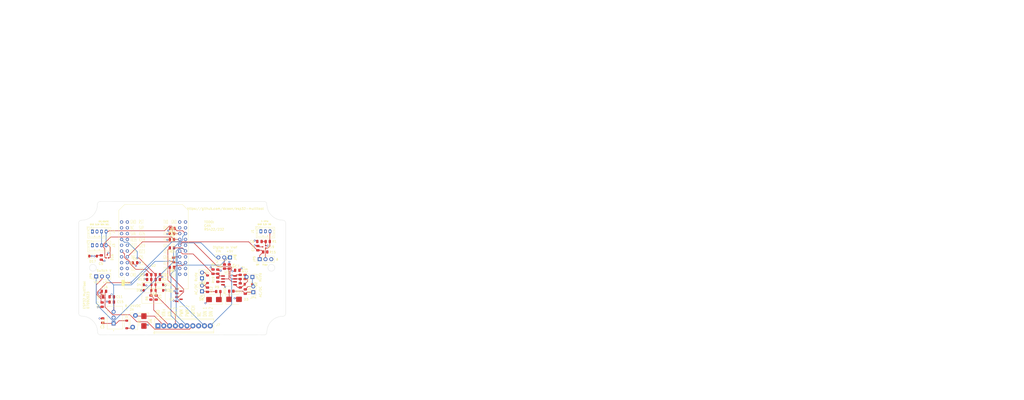
<source format=kicad_pcb>
(kicad_pcb (version 20221018) (generator pcbnew)
  (title_block (title "Sailor Hat with ESP32") (date "2021-02-18") (rev "0.3.1") (company "Hat Labs Ltd") (comment 1 "https://creativecommons.org/licenses/by-sa/4.0") (comment 2 "To view a copy of this license, visit ") (comment 3 "SH-ESP32 is licensed under CC BY-SA 4.0."))
  (layers (0 "F.Cu" signal) (1 "In1.Cu" power) (2 "In2.Cu" power) (31 "B.Cu" signal) (34 "B.Paste" user) (35 "F.Paste" user) (36 "B.SilkS" user "B.Silkscreen") (37 "F.SilkS" user "F.Silkscreen") (38 "B.Mask" user) (39 "F.Mask" user) (44 "Edge.Cuts" user))
  (net 0 "")
  (net 1 "GND")
  (net 2 "+5V")
  (net 3 "+3.3V")
  (net 4 "/DIN1")
  (net 5 "/DIN2")
  (net 6 "/1WIRE_DQ")
  (net 7 "/AIN1")
  (net 8 "/AIN2")
  (net 9 "Net-(D1-A)")
  (net 10 "/I2C_SDA")
  (net 11 "/I2C_SCL")
  (net 12 "/1wire/DQ")
  (net 13 "Net-(D2-A)")
  (net 14 "Net-(D1-K)")
  (net 15 "Net-(Q2-G)")
  (net 16 "/PWM1")
  (net 31 "Net-(U1-CT)")
  (net 39 "Net-(D2-K)")
  (net 40 "/digital_in/DIN_VREF")
  (net 45 "Net-(JP2-A)")
  (net 46 "Net-(JP4-A)")
  (net 47 "/DIN_LINE2")
  (net 48 "/DIN_LINE1")
  (net 49 "/VIN")
  (net 50 "/PWM2")
  (net 51 "Net-(Q1-G)")
  (net 52 "/PWM_LINE2")
  (net 53 "/PWM_LINE1")
  (net 54 "/AIN_LINE1")
  (net 55 "/AIN_LINE2")
  (net 56 "Net-(D7-A)")
  (net 57 "VPP")
  (net 58 "Net-(JP9-C)")
  (net 60 "/SWITCH1")
  (net 63 "Net-(JP8-C)")
  (net 64 "/SWITCH_LINE1")
  (footprint "Connector_JST:JST_PH_B4B-PH-K_1x04_P2.00mm_Vertical" (layer "F.Cu") (at 94.79 69.94)
    (fp_text reference "J2")
    (fp_text value "Conn_01x04/QWiiC")
  )
  (footprint "Resistor_SMD:R_0805_2012Metric" (layer "F.Cu") (at 159.4 89.8 -90)
    (fp_text reference "R12")
    (fp_text value "5.1K")
  )
  (footprint "Capacitor_SMD:C_0805_2012Metric" (layer "F.Cu") (at 113.41 83.598)
    (fp_text reference "C4")
    (fp_text value "1uF")
  )
  (footprint "Resistor_SMD:R_0805_2012Metric" (layer "F.Cu") (at 129.54 73.398)
    (fp_text reference "R3")
    (fp_text value "2.7k")
  )
  (footprint "Fuse:Fuse_Bourns_MF-RG300" (layer "F.Cu") (at 113.6 106.65 -90)
    (fp_text reference "F1")
    (fp_text value "Fuse")
  )
  (footprint "Resistor_SMD:R_0805_2012Metric" (layer "F.Cu") (at 129.54 77.098 180)
    (fp_text reference "R7")
    (fp_text value "100")
  )
  (footprint "Capacitor_SMD:C_0805_2012Metric" (layer "F.Cu") (at 99.06 101.92 -90)
    (fp_text reference "C17")
    (fp_text value "4.7uF/30V")
  )
  (footprint "Diode_SMD:D_SOD-123" (layer "F.Cu") (at 95.09 80.7)
    (fp_text reference "D17")
    (fp_text value "D_TVS_3V3")
  )
  (footprint "Capacitor_SMD:C_0805_2012Metric" (layer "F.Cu") (at 147.5 87.5 90)
    (fp_text reference "C8")
    (fp_text value "1uF")
  )
  (footprint "Capacitor_SMD:C_0805_2012Metric" (layer "F.Cu") (at 99.3 108.9 90)
    (fp_text reference "C3")
    (fp_text value "10uF/50V")
  )
  (footprint "Capacitor_SMD:C_0805_2012Metric" (layer "F.Cu") (at 119.578 88.818 180)
    (fp_text reference "C2")
    (fp_text value "1uF")
  )
  (footprint "Resistor_SMD:R_0805_2012Metric" (layer "F.Cu") (at 129.779 68.58 180)
    (fp_text reference "R16")
    (fp_text value "10k/30V")
  )
  (footprint "Diode_SMD:D_SOD-123" (layer "F.Cu") (at 118.883 95.718 180)
    (fp_text reference "D5")
    (fp_text value "D_SCHOTTKY_30V")
  )
  (footprint "Diode_SMD:D_SMB" (layer "F.Cu") (at 117.3 109.1 -90)
    (fp_text reference "D6")
    (fp_text value "D_TVS_30V")
  )
  (footprint "Diode_SMD:D_SOD-123" (layer "F.Cu") (at 145.1 90.8 -90)
    (fp_text reference "D1")
    (fp_text value "D_SCHOTTKY_30V")
  )
  (footprint "Resistor_SMD:R_0805_2012Metric" (layer "F.Cu") (at 149.589 91 90)
    (fp_text reference "R19")
    (fp_text value "1M")
  )
  (footprint "Diode_SMD:D_SMB" (layer "F.Cu") (at 156.7 99.6)
    (fp_text reference "D3")
    (fp_text value "D_TVS_30V")
  )
  (footprint "Connector_PinHeader_2.54mm:PinHeader_1x03_P2.54mm_Vertical" (layer "F.Cu") (at 167.894 82.042 90)
    (fp_text reference "JP5")
    (fp_text value "Jumper_3_Bridged12")
  )
  (footprint "Capacitor_SMD:C_0805_2012Metric" (layer "F.Cu") (at 161.5 89.8 90)
    (fp_text reference "C9")
    (fp_text value "1uF")
  )
  (footprint "Connector_JST:JST_PH_B3B-PH-K_1x03_P2.00mm_Vertical" (layer "F.Cu") (at 168.4 69.85)
    (fp_text reference "J1")
    (fp_text value "Conn_01x03/1Wire")
  )
  (footprint "Connector_PinHeader_2.54mm:PinHeader_1x03_P2.54mm_Vertical" (layer "F.Cu") (at 96.4494 89.5703 90)
    (fp_text reference "JP9")
    (fp_text value "Jumper_3_Bridged12")
  )
  (footprint "Resistor_SMD:R_0805_2012Metric" (layer "F.Cu") (at 129.54 85.598 180)
    (fp_text reference "R8")
    (fp_text value "100")
  )
  (footprint "Connector_PinHeader_2.54mm:PinHeader_1x02_P2.54mm_Vertical" (layer "F.Cu") (at 165.1 96.5 180)
    (fp_text reference "JP4")
    (fp_text value "Jumper_2_Bridged")
  )
  (footprint "TerminalBlock_Phoenix:TerminalBlock_Phoenix_MPT-0,5-10-2.54_1x10_P2.54mm_Horizontal" (layer "F.Cu") (at 123.44 111.2)
    (fp_text reference "J7")
    (fp_text value "Conn_01x09")
  )
  (footprint "Resistor_SMD:R_0805_2012Metric" (layer "F.Cu") (at 122.673 98.818 -90)
    (fp_text reference "R25")
    (fp_text value "100k")
  )
  (footprint "Diode_SMD:D_SOD-123" (layer "F.Cu") (at 124.028 93.218 180)
    (fp_text reference "D20")
    (fp_text value "D_SCHOTTKY_30V")
  )
  (footprint "Capacitor_SMD:C_0805_2012Metric" (layer "F.Cu") (at 145.1 95.4 -90)
    (fp_text reference "C12")
    (fp_text value "22nF/30V")
  )
  (footprint "Resistor_SMD:R_0805_2012Metric" (layer "F.Cu") (at 123.358 90.918)
    (fp_text reference "R26")
    (fp_text value "1M")
  )
  (footprint "Capacitor_SMD:C_0805_2012Metric" (layer "F.Cu") (at 167.8 74.3 180)
    (fp_text reference "C6")
    (fp_text value "1uF")
  )
  (footprint "Resistor_SMD:R_0805_2012Metric" (layer "F.Cu") (at 129.54 70.798)
    (fp_text reference "R2")
    (fp_text value "2.7k")
  )
  (footprint "Resistor_SMD:R_0805_2012Metric" (layer "F.Cu") (at 155.489 96.033 180)
    (fp_text reference "R10")
    (fp_text value "100k")
  )
  (footprint "ESP32:ESP32_mini" (layer "F.Cu") (at 121.51 77.198)
    (fp_text reference "U2")
    (fp_text value "wemos_mini_esp32")
  )
  (footprint "Capacitor_SMD:C_0805_2012Metric" (layer "F.Cu") (at 167.1 77.2 90)
    (fp_text reference "C10")
    (fp_text value "1nF")
  )
  (footprint "Package_SO:SOP-8_3.9x4.9mm_P1.27mm" (layer "F.Cu") (at 154.5 91.3)
    (fp_text reference "U3")
    (fp_text value "LM393")
  )
  (footprint "Package_TO_SOT_SMD:SOT-416" (layer "F.Cu") (at 101.29 80.8 90)
    (fp_text reference "D16")
    (fp_text value "RCLAMP0502B")
  )
  (footprint "Diode_SMD:D_SOD-123" (layer "F.Cu") (at 124.073 95.718)
    (fp_text reference "D21")
    (fp_text value "D_SCHOTTKY_30V")
  )
  (footprint "Capacitor_SMD:C_0805_2012Metric" (layer "F.Cu") (at 130.24 82.368 90)
    (fp_text reference "C1")
    (fp_text value "1uF")
  )
  (footprint "Resistor_SMD:R_0805_2012Metric" (layer "F.Cu") (at 149.8 96.2)
    (fp_text reference "R9")
    (fp_text value "100k")
  )
  (footprint "Connector_JST:JST_PH_B4B-PH-K_1x04_P2.00mm_Vertical" (layer "F.Cu") (at 94.79 75.95)
    (fp_text reference "J3")
    (fp_text value "Conn_01x04/QWiiC")
  )
  (footprint "Diode_SMD:D_SOD-123" (layer "F.Cu") (at 118.928 93.218)
    (fp_text reference "D4")
    (fp_text value "D_SCHOTTKY_30V")
  )
  (footprint "Resistor_SMD:R_0805_2012Metric" (layer "F.Cu") (at 119.598 90.918 180)
    (fp_text reference "R13")
    (fp_text value "1M")
  )
  (footprint "Capacitor_SMD:C_0805_2012Metric" (layer "F.Cu") (at 123.378 88.818)
    (fp_text reference "C14")
    (fp_text value "1uF")
  )
  (footprint "Diode_SMD:D_SMB" (layer "F.Cu") (at 147.9 99.7 180)
    (fp_text reference "D8")
    (fp_text value "D_TVS_30V")
  )
  (footprint "Capacitor_SMD:C_0805_2012Metric" (layer "F.Cu") (at 103.25 98.5 180)
    (fp_text reference "C11")
    (fp_text value "47uF/16V")
  )
  (footprint "TPSM84205EAB:TPSM84205EAB" (layer "F.Cu") (at 104.065 107.605 90)
    (fp_text reference "PS2")
    (fp_text value "TPSM84205EAB")
  )
  (footprint "Capacitor_SMD:C_0805_2012Metric" (layer "F.Cu") (at 161.6 96.2 -90)
    (fp_text reference "C13")
    (fp_text value "22nF/30V")
  )
  (footprint "Package_TO_SOT_SMD:SOT-416" (layer "F.Cu") (at 169.85 76.65 180)
    (fp_text reference "D19")
    (fp_text value "RCLAMP0502B")
  )
  (footprint "Connector_PinHeader_2.54mm:PinHeader_1x03_P2.54mm_Vertical" (layer "F.Cu") (at 154.94 81.28 -90)
    (fp_text reference "JP8")
    (fp_text value "Jumper_2_Open")
  )
  (footprint "Resistor_SMD:R_0805_2012Metric" (layer "F.Cu") (at 149.589 87.5 -90)
    (fp_text reference "R14")
    (fp_text value "5.1K")
  )
  (footprint "Diode_SMD:D_SOD-123" (layer "F.Cu") (at 109.8 110.6 -90)
    (fp_text reference "D7")
    (fp_text value "D_SCHOTTKY_30V")
  )
  (footprint "Resistor_SMD:R_0805_2012Metric" (layer "F.Cu") (at 159.4 93.5 90)
    (fp_text reference "R11")
    (fp_text value "1M")
  )
  (footprint "Package_TO_SOT_SMD:SOT-23" (layer "F.Cu") (at 132.588 99.568)
    (fp_text reference "Q2")
    (fp_text value "AO3400A")
  )
  (footprint "Resistor_SMD:R_0805_2012Metric" (layer "F.Cu") (at 120.373 98.818 -90)
    (fp_text reference "R6")
    (fp_text value "100k")
  )
  (footprint "Capacitor_SMD:C_0805_2012Metric" (layer "F.Cu") (at 98.69 81.3 -90)
    (fp_text reference "C5")
    (fp_text value "1uF")
  )
  (footprint "Capacitor_SMD:C_0805_2012Metric" (layer "F.Cu") (at 103.25 100.8 180)
    (fp_text reference "C15")
    (fp_text value "47uF/16V")
  )
  (footprint "Diode_SMD:D_SOD-123" (layer "F.Cu") (at 163 93)
    (fp_text reference "D2")
    (fp_text value "D_SCHOTTKY_30V")
  )
  (footprint "Resistor_SMD:R_0805_2012Metric" (layer "F.Cu") (at 171.4125 74.3 180)
    (fp_text reference "R1")
    (fp_text value "4.7k")
  )
  (footprint "Connector_PinHeader_2.54mm:PinHeader_1x02_P2.54mm_Vertical" (layer "F.Cu") (at 142.7 90.4 180)
    (fp_text reference "JP6")
    (fp_text value "Jumper_2_Bridged")
  )
  (footprint "Connector_PinHeader_2.54mm:PinHeader_1x02_P2.54mm_Vertical" (layer "F.Cu") (at 164.7 89.8 -90)
    (fp_text reference "JP7")
    (fp_text value "Jumper_2_Bridged")
  )
  (footprint "Package_TO_SOT_SMD:SOT-23" (layer "F.Cu") (at 132.588 96.012)
    (fp_text reference "Q1")
    (fp_text value "AO3400A")
  )
  (footprint "Resistor_SMD:R_0805_2012Metric" (layer "F.Cu") (at 170.307 78.867)
    (fp_text reference "R15")
    (fp_text value "150")
  )
  (footprint "Capacitor_SMD:C_0805_2012Metric" (layer "F.Cu") (at 158.1 86.9)
    (fp_text reference "C7")
    (fp_text value "1uF")
  )
  (footprint "Resistor_SMD:R_0805_2012Metric" (layer "F.Cu") (at 152.511 85.267 -90)
    (fp_text reference "R4")
    (fp_text value "10k")
  )
  (footprint "Package_SON:WSON-6-1EP_2x2mm_P0.65mm_EP1x1.6mm" (layer "F.Cu") (at 99.4425 98.506 180)
    (fp_text reference "U1")
    (fp_text value "TPS22810DRV")
  )
  (footprint "Resistor_SMD:R_0805_2012Metric" (layer "F.Cu") (at 154.6 85.267 90)
    (fp_text reference "R5")
    (fp_text value "10k")
  )
  (footprint "Capacitor_SMD:C_0805_2012Metric" (layer "F.Cu") (at 99.822 96.078 180)
    (fp_text reference "C16")
    (fp_text value "4700p")
  )
  (footprint "Connector_PinHeader_2.54mm:PinHeader_1x02_P2.54mm_Vertical" (layer "F.Cu") (at 142.7 96.1 180)
    (fp_text reference "JP2")
    (fp_text value "Jumper_2_Bridged")
  )
  (gr_arc (start 98.240084 115.136862) (mid 97.399706 114.789329) (end 97.050252 113.949747) (stroke (width 0.1)) (layer "Edge.Cuts"))
  (gr_arc (start 97.006412 57.993224) (mid 97.353945 57.152846) (end 98.193527 56.803392) (stroke (width 0.1)) (layer "Edge.Cuts"))
  (gr_arc (start 179.236862 105.813561) (mid 178.889329 106.653939) (end 178.049747 107.003393) (stroke (width 0.1)) (layer "Edge.Cuts"))
  (gr_arc (start 171.043335 114.010168) (mid 170.695802 114.850546) (end 169.85622 115.2) (stroke (width 0.1)) (layer "Edge.Cuts"))
  (gr_arc (start 96.999999 58) (mid 94.949747 62.949747) (end 90 64.999999) (stroke (width 0.1)) (layer "Edge.Cuts"))
  (gr_arc (start 88.812885 66.189831) (mid 89.160418 65.349453) (end 90 64.999999) (stroke (width 0.1)) (layer "Edge.Cuts"))
  (gr_arc (start 90.050253 106.949748) (mid 95 109) (end 97.050252 113.949747) (stroke (width 0.1)) (layer "Edge.Cuts"))
  (gr_arc (start 90.043477 106.943335) (mid 89.203099 106.595802) (end 88.853645 105.75622) (stroke (width 0.1)) (layer "Edge.Cuts"))
  (gr_arc (start 178.04793 64.983014) (mid 178.888308 65.330547) (end 179.237762 66.170129) (stroke (width 0.1)) (layer "Edge.Cuts"))
  (gr_arc (start 171.049748 114.003392) (mid 173.1 109.053645) (end 178.049747 107.003393) (stroke (width 0.1)) (layer "Edge.Cuts"))
  (gr_circle (center 95 85.8) (end 96.5 85.8) (stroke (width 0.1)) (fill none) (layer "Edge.Cuts"))
  (gr_circle (center 173 85.8) (end 174.5 85.8) (stroke (width 0.1)) (fill none) (layer "Edge.Cuts"))
  (gr_line (start 98.240084 115.136862) (end 169.85622 115.2) (stroke (width 0.1)) (layer "Edge.Cuts"))
  (gr_line (start 98.193527 56.803392) (end 169.851323 56.789487) (stroke (width 0.1)) (layer "Edge.Cuts"))
  (gr_line (start 88.812885 66.189831) (end 88.853645 105.75622) (stroke (width 0.1)) (layer "Edge.Cuts"))
  (gr_arc (start 169.851323 56.789487) (mid 170.691701 57.13702) (end 171.041155 57.976602) (stroke (width 0.1)) (layer "Edge.Cuts"))
  (gr_arc (start 178.041154 64.976601) (mid 173.091408 62.926349) (end 171.041155 57.976602) (stroke (width 0.1)) (layer "Edge.Cuts"))
  (gr_line (start 179.237762 66.170129) (end 179.236862 105.813561) (stroke (width 0.1)) (layer "Edge.Cuts"))
  (gr_text "GND 3.3V SDA SCL" (at 93.59 67.2) (layer "F.SilkS") (effects (font (size 0.6 0.6)) (justify left bottom)))
  (gr_text "Rctfd" (at 168.789 92.033 90) (layer "F.SilkS") (effects (font (size 1 1)) (justify left bottom)))
  (gr_text "+5V" (at 99.06 92.71) (layer "F.SilkS") (effects (font (size 1 1)) (justify left bottom)))
  (gr_text "VIN" (at 148.561773 79.148667) (layer "F.SilkS") (effects (font (size 1 1)) (justify left bottom)))
  (gr_text "6-24VDC\n< 2A" (at 108.966 104.648) (layer "F.SilkS") (effects (font (size 1 1)) (justify left bottom)))
  (gr_text "https://github.com/dcoon/esp32-multitool" (at 136.1 60.5) (layer "F.SilkS") (effects (font (size 1 1)) (justify left bottom)))
  (gr_text "I2C/QWiiC" (at 97.29 65.9) (layer "F.SilkS") (effects (font (size 0.6 0.6)) (justify left bottom)))
  (gr_text "ESP32 MultiTool\n07092023" (at 93.472 103.886 90) (layer "F.SilkS") (effects (font (size 1 1)) (justify left bottom)))
  (gr_text "Switch V" (at 96.52 87.63) (layer "F.SilkS") (effects (font (size 1 1)) (justify left bottom)))
  (gr_text "GND 3.3V DQ" (at 166.9 67.15) (layer "F.SilkS") (effects (font (size 0.6 0.6)) (justify left bottom)))
  (gr_text "1-Wire" (at 168.4 65.75) (layer "F.SilkS") (effects (font (size 0.6 0.6)) (justify left bottom)))
  (gr_text "Digital In Vref" (at 147.32 77.47) (layer "F.SilkS") (effects (font (size 1 1)) (justify left bottom)))
  (gr_text "Off   Filter" (at 166.243 84.836) (layer "F.SilkS") (effects (font (size 0.6 0.6) (thickness 0.15) bold) (justify left bottom)))
  (gr_text "VIN" (at 95.25 92.71) (layer "F.SilkS") (effects (font (size 1 1)) (justify left bottom)))
  (gr_text "+5V" (at 153.160773 79.148667) (layer "F.SilkS") (effects (font (size 1 1)) (justify left bottom)))
  (gr_text "GND\nVIN+\nAIN 1\nAIN 2\nPWM 1\nPWM 2\nSWTCH\nNC\nDIN 1\nDIN 2" (at 147.5 107.3 90) (layer "F.SilkS") (effects (font (size 1.6 1)) (justify left bottom)))
  (gr_text "TODO: \nCAN\nRS422/232" (at 143.51 69.596) (layer "F.SilkS") (effects (font (size 1 1)) (justify left bottom)))
  (gr_text "Rctfd" (at 140.7 91.9 90) (layer "F.SilkS") (effects (font (size 1 1)) (justify left bottom)))
  (gr_text "On" (at 175.919572 82.731691 90) (layer "F.SilkS") (effects (font (size 0.6 0.6) (thickness 0.15) bold) (justify left bottom)))
  (gr_text "AC/DC" (at 140.7 97.7 90) (layer "F.SilkS") (effects (font (size 1 1)) (justify left bottom)))
  (gr_text "AC/DC" (at 168.789 98.833 90) (layer "F.SilkS") (effects (font (size 1 1)) (justify left bottom)))
  (segment (start 100.06 82.7804) (end 99.2204 82.7804) (width 0.25) (layer "F.Cu") (net 1))
  (segment (start 99.2819 107.968) (end 99.3 107.95) (width 0.25) (layer "F.Cu") (net 1))
  (segment (start 130.31 100.2) (end 131.333 100.2) (width 0.25) (layer "F.Cu") (net 1))
  (segment (start 103.196 97.4577) (end 102.3 98.3534) (width 0.25) (layer "F.Cu") (net 1))
  (segment (start 131.6505 96.962) (end 130.6723 95.9838) (width 0.25) (layer "F.Cu") (net 1))
  (segment (start 101.771 79.2349) (end 101.483 79.5231) (width 0.25) (layer "F.Cu") (net 1))
  (segment (start 99.4425 97.3791) (end 99.4425 98.506) (width 0.25) (layer "F.Cu") (net 1))
  (segment (start 102.3 98.3534) (end 102.3 98.5) (width 0.25) (layer "F.Cu") (net 1))
  (segment (start 131.4915 100.359) (end 131.6505 100.518) (width 0.25) (layer "F.Cu") (net 1))
  (segment (start 114.428 83.53) (end 114.36 83.598) (width 0.25) (layer "F.Cu") (net 1))
  (segment (start 166.87 76.0199) (end 167.1 76.25) (width 0.25) (layer "F.Cu") (net 1))
  (segment (start 97.9553 107.968) (end 99.2819 107.968) (width 0.25) (layer "F.Cu") (net 1))
  (segment (start 98.9297 103) (end 99.06 102.87) (width 0.25) (layer "F.Cu") (net 1))
  (segment (start 117.781 110.769) (end 117.3 111.25) (width 0.25) (layer "F.Cu") (net 1))
  (segment (start 128.3865 69.0596) (end 128.3869 69.0596) (width 0.25) (layer "F.Cu") (net 1))
  (segment (start 167.5 76.65) (end 169.2 76.65) (width 0.25) (layer "F.Cu") (net 1))
  (segment (start 117.513 88.8531) (end 118.593 88.8531) (width 0.25) (layer "F.Cu") (net 1))
  (segment (start 93.4891 80.6509) (end 93.44 80.7) (width 0.25) (layer "F.Cu") (net 1))
  (segment (start 102.098 100.598) (end 102.3 100.8) (width 0.25) (layer "F.Cu") (net 1))
  (segment (start 158.383 99.1332) (end 158.85 99.6) (width 0.25) (layer "F.Cu") (net 1))
  (segment (start 132.94 81.008) (end 130.65 81.008) (width 0.25) (layer "F.Cu") (net 1))
  (segment (start 117.233 95.718) (end 116.168 95.718) (width 0.25) (layer "F.Cu") (net 1))
  (segment (start 124.2705 90.8398) (end 124.2705 90.918) (width 0.25) (layer "F.Cu") (net 1))
  (segment (start 97.171 103) (end 98.9297 103) (width 0.25) (layer "F.Cu") (net 1))
  (segment (start 101.29 79.5231) (end 101.29 80.15) (width 0.25) (layer "F.Cu") (net 1))
  (segment (start 131.4915 100.359) (end 131.65 100.518) (width 0.25) (layer "F.Cu") (net 1))
  (segment (start 119.058 110.769) (end 117.781 110.769) (width 0.25) (layer "F.Cu") (net 1))
  (segment (start 125.31 89.8003) (end 124.2705 90.8398) (width 0.25) (layer "F.Cu") (net 1))
  (segment (start 156.963 99.1332) (end 158.383 99.1332) (width 0.25) (layer "F.Cu") (net 1))
  (segment (start 128.866 68.58) (end 128.3865 69.0596) (width 0.25) (layer "F.Cu") (net 1))
  (segment (start 131.333 100.2) (end 131.4915 100.359) (width 0.25) (layer "F.Cu") (net 1))
  (segment (start 101.166 100.598) (end 102.098 100.598) (width 0.25) (layer "F.Cu") (net 1))
  (segment (start 125.31 89.8003) (end 124.328 88.818) (width 0.25) (layer "F.Cu") (net 1))
  (segment (start 97.7445 96.7093) (end 98.2407 96.7093) (width 0.25) (layer "F.Cu") (net 1))
  (segment (start 144.187 101.263) (end 145.75 99.7) (width 0.25) (layer "F.Cu") (net 1))
  (segment (start 118.5765 90.8089) (end 118.686 90.918) (width 0.25) (layer "F.Cu") (net 1))
  (segment (start 159.05 86.9) (end 160.033 85.9171) (width 0.25) (layer "F.Cu") (net 1))
  (segment (start 98.555 97.6175) (end 98.7934 97.3791) (width 0.25) (layer "F.Cu") (net 1))
  (segment (start 130.65 81.008) (end 130.24 81.418) (width 0.25) (layer "F.Cu") (net 1))
  (segment (start 101.483 79.5231) (end 101.29 79.5231) (width 0.25) (layer "F.Cu") (net 1))
  (segment (start 98.2407 96.8264) (end 98.7934 97.3791) (width 0.25) (layer "F.Cu") (net 1))
  (segment (start 165.734 73.8721) (end 166.422 73.8721) (width 0.25) (layer "F.Cu") (net 1))
  (segment (start 165.74 76.0199) (end 166.87 76.0199) (width 0.25) (layer "F.Cu") (net 1))
  (segment (start 167.1 76.25) (end 167.5 76.65) (width 0.25) (layer "F.Cu") (net 1))
  (segment (start 118.5765 90.8089) (end 118.6855 90.9179) (width 0.25) (layer "F.Cu") (net 1))
  (segment (start 98.555 97.856) (end 98.555 97.6175) (width 0.25) (layer "F.Cu") (net 1))
  (segment (start 118.467 90.6998) (end 118.5765 90.8089) (width 0.25) (layer "F.Cu") (net 1))
  (segment (start 126.805 95.5062) (end 125.935 95.5062) (width 0.25) (layer "F.Cu") (net 1))
  (segment (start 151.875 93.205) (end 152.778 94.1079) (width 0.25) (layer "F.Cu") (net 1))
  (segment (start 98.7934 97.3791) (end 99.4425 97.3791) (width 0.25) (layer "F.Cu") (net 1))
  (segment (start 128.3869 69.0596) (end 128.8665 68.58) (width 0.25) (layer "F.Cu") (net 1))
  (segment (start 117.542 90.6998) (end 118.467 90.6998) (width 0.25) (layer "F.Cu") (net 1))
  (segment (start 98.2407 96.7093) (end 98.2407 96.8264) (width 0.25) (layer "F.Cu") (net 1))
  (segment (start 115.506 83.53) (end 114.428 83.53) (width 0.25) (layer "F.Cu") (net 1))
  (segment (start 128.3865 69.0596) (end 127.907 69.5392) (width 0.25) (layer "F.Cu") (net 1))
  (segment (start 154.6 84.3545) (end 154.6 83.2236) (width 0.25) (layer "F.Cu") (net 1))
  (segment (start 94.5397 80.6509) (end 93.4891 80.6509) (width 0.25) (layer "F.Cu") (net 1))
  (segment (start 125.935 95.5062) (end 125.723 95.718) (width 0.25) (layer "F.Cu") (net 1))
  (segment (start 99.2204 82.7804) (end 98.69 82.25) (width 0.25) (layer "F.Cu") (net 1))
  (segment (start 118.6855 90.9179) (end 118.6855 90.918) (width 0.25) (layer "F.Cu") (net 1))
  (segment (start 118.593 88.8531) (end 118.628 88.818) (width 0.25) (layer "F.Cu") (net 1))
  (segment (start 146.513 85.563) (end 147.5 86.55) (width 0.25) (layer "F.Cu") (net 1))
  (segment (start 166.422 73.8721) (end 166.85 74.3) (width 0.25) (layer "F.Cu") (net 1))
  (segment (start 98.2407 96.7093) (end 98.872 96.078) (width 0.25) (layer "F.Cu") (net 1))
  (via (at 103.196 97.4577) (size 0.8) (drill 0.4) (layers "F.Cu" "B.Cu") (net 1))
  (via (at 97.171 103) (size 0.8) (drill 0.4) (layers "F.Cu" "B.Cu") (net 1))
  (via (at 144.187 101.263) (size 0.8) (drill 0.4) (layers "F.Cu" "B.Cu") (net 1))
  (via (at 165.734 73.8721) (size 0.8) (drill 0.4) (layers "F.Cu" "B.Cu") (net 1))
  (via (at 101.771 79.2349) (size 0.8) (drill 0.4) (layers "F.Cu" "B.Cu") (net 1))
  (via (at 97.7445 96.7093) (size 0.8) (drill 0.4) (layers "F.Cu" "B.Cu") (net 1))
  (via (at 152.778 94.1079) (size 0.8) (drill 0.4) (layers "F.Cu" "B.Cu") (net 1))
  (via (at 126.805 95.5062) (size 0.8) (drill 0.4) (layers "F.Cu" "B.Cu") (net 1))
  (via (at 165.74 76.0199) (size 0.8) (drill 0.4) (layers "F.Cu" "B.Cu") (net 1))
  (via (at 119.058 110.769) (size 0.8) (drill 0.4) (layers "F.Cu" "B.Cu") (net 1))
  (via (at 97.9553 107.968) (size 0.8) (drill 0.4) (layers "F.Cu" "B.Cu") (net 1))
  (via (at 117.513 88.8531) (size 0.8) (drill 0.4) (layers "F.Cu" "B.Cu") (net 1))
  (via (at 115.506 83.53) (size 0.8) (drill 0.4) (layers "F.Cu" "B.Cu") (net 1))
  (via (at 100.06 82.7804) (size 0.8) (drill 0.4) (layers "F.Cu" "B.Cu") (net 1))
  (via (at 117.542 90.6998) (size 0.8) (drill 0.4) (layers "F.Cu" "B.Cu") (net 1))
  (via (at 130.6723 95.9838) (size 0.8) (drill 0.4) (layers "F.Cu" "B.Cu") (net 1))
  (via (at 125.31 89.8003) (size 0.8) (drill 0.4) (layers "F.Cu" "B.Cu") (net 1))
  (via (at 116.168 95.718) (size 0.8) (drill 0.4) (layers "F.Cu" "B.Cu") (net 1))
  (via (at 160.033 85.9171) (size 0.8) (drill 0.4) (layers "F.Cu" "B.Cu") (net 1))
  (via (at 146.513 85.563) (size 0.8) (drill 0.4) (layers "F.Cu" "B.Cu") (net 1))
  (via (at 130.31 100.2) (size 0.8) (drill 0.4) (layers "F.Cu" "B.Cu") (net 1))
  (via (at 156.963 99.1332) (size 0.8) (drill 0.4) (layers "F.Cu" "B.Cu") (net 1))
  (via (at 94.5397 80.6509) (size 0.8) (drill 0.4) (layers "F.Cu" "B.Cu") (net 1))
  (via (at 101.166 100.598) (size 0.8) (drill 0.4) (layers "F.Cu" "B.Cu") (net 1))
  (via (at 154.6 83.2236) (size 0.8) (drill 0.4) (layers "F.Cu" "B.Cu") (net 1))
  (via (at 127.907 69.5392) (size 0.8) (drill 0.4) (layers "F.Cu" "B.Cu") (net 1))
  (segment (start 104.2 100.8) (end 104.2 98.5) (width 0.25) (layer "F.Cu") (net 2))
  (segment (start 104.065 105.065) (end 104.2 104.93) (width 0.25) (layer "F.Cu") (net 2))
  (segment (start 130.24 83.318) (end 129.902 82.9799) (width 0.25) (layer "F.Cu") (net 2))
  (segment (start 132.94 83.548) (end 130.47 83.548) (width 0.25) (layer "F.Cu") (net 2))
  (segment (start 130.47 83.548) (end 130.24 83.318) (width 0.25) (layer "F.Cu") (net 2))
  (segment (start 129.902 82.9799) (end 128.514 82.9799) (width 0.25) (layer "F.Cu") (net 2))
  (segment (start 104.2 104.93) (end 104.2 100.8) (width 0.25) (layer "F.Cu") (net 2))
  (via (at 128.514 82.9799) (size 0.8) (drill 0.4) (layers "F.Cu" "B.Cu") (net 2))
  (segment (start 104.065 105.065) (end 104.065 93.2828) (width 0.25) (layer "B.Cu") (net 2))
  (segment (start 153.763 81.6478) (end 150.785 84.6258) (width 0.25) (layer "B.Cu") (net 2))
  (segment (start 104.065 93.2828) (end 111.841 93.2828) (width 0.25) (layer "B.Cu") (net 2))
  (segment (start 153.763 81.28) (end 153.763 81.6478) (width 0.25) (layer "B.Cu") (net 2))
  (segment (start 111.841 93.2828) (end 122.144 82.9799) (width 0.25) (layer "B.Cu") (net 2))
  (segment (start 101.529 90.1587) (end 101.529 90.7472) (width 0.25) (layer "B.Cu") (net 2))
  (segment (start 122.144 82.9799) (end 128.514 82.9799) (width 0.25) (layer "B.Cu") (net 2))
  (segment (start 101.529 90.1587) (end 101.5294 90.1583) (width 0.25) (layer "B.Cu") (net 2))
  (segment (start 101.5294 90.1583) (end 101.5294 89.5703) (width 0.25) (layer "B.Cu") (net 2))
  (segment (start 101.529 89.5703) (end 101.529 90.1587) (width 0.25) (layer "B.Cu") (net 2))
  (segment (start 134.018 84.6258) (end 132.94 83.548) (width 0.25) (layer "B.Cu") (net 2))
  (segment (start 101.529 90.7472) (end 104.065 93.2828) (width 0.25) (layer "B.Cu") (net 2))
  (segment (start 154.94 81.28) (end 153.763 81.28) (width 0.25) (layer "B.Cu") (net 2))
  (segment (start 150.785 84.6258) (end 134.018 84.6258) (width 0.25) (layer "B.Cu") (net 2))
  (segment (start 170.5 74.3) (end 168.75 74.3) (width 0.25) (layer "F.Cu") (net 3))
  (segment (start 156.837 89.1066) (end 157.125 89.395) (width 0.25) (layer "F.Cu") (net 3))
  (segment (start 155.669 89.1066) (end 156.837 89.1066) (width 0.25) (layer "F.Cu") (net 3))
  (segment (start 128.5215 70.9044) (end 128.628 70.798) (width 0.25) (layer "F.Cu") (net 3))
  (segment (start 128.52 73.5057) (end 128.628 73.398) (width 0.25) (layer "F.Cu") (net 3))
  (segment (start 128.412 73.6134) (end 128.52 73.5057) (width 0.25) (layer "F.Cu") (net 3))
  (segment (start 96.7007 80.7393) (end 96.74 80.7) (width 0.25) (layer "F.Cu") (net 3))
  (segment (start 118.343 93.53) (end 117.59 93.53) (width 0.25) (layer "F.Cu") (net 3))
  (segment (start 127.493 71.0108) (end 128.415 71.0108) (width 0.25) (layer "F.Cu") (net 3))
  (segment (start 171.404 76.15) (end 170.5 76.15) (width 0.25) (layer "F.Cu") (net 3))
  (segment (start 159.4 88.8875) (end 157.632 88.8875) (width 0.25) (layer "F.Cu") (net 3))
  (segment (start 150.062 87.0601) (end 149.589 86.5875) (width 0.25) (layer "F.Cu") (net 3))
  (segment (start 128.52 73.5057) (end 128.6275 73.3982) (width 0.25) (layer "F.Cu") (net 3))
  (segment (start 156.729 87.3208) (end 156.02 87.3208) (width 0.25) (layer "F.Cu") (net 3))
  (segment (start 127.491 73.6134) (end 128.412 73.6134) (width 0.25) (layer "F.Cu") (net 3))
  (segment (start 98.69 80.35) (end 97.09 80.35) (width 0.25) (layer "F.Cu") (net 3))
  (segment (start 128.6275 73.3982) (end 128.6275 73.398) (width 0.25) (layer "F.Cu") (net 3))
  (segment (start 113.79 84.9275) (end 112.46 83.598) (width 0.25) (layer "F.Cu") (net 3))
  (segment (start 128.5215 70.9044) (end 128.6275 70.7984) (width 0.25) (layer "F.Cu") (net 3))
  (segment (start 128.6275 70.7984) (end 128.6275 70.798) (width 0.25) (layer "F.Cu") (net 3))
  (segment (start 97.09 80.35) (end 96.74 80.7) (width 0.25) (layer "F.Cu") (net 3))
  (segment (start 117.59 93.53) (end 117.278 93.218) (width 0.25) (layer "F.Cu") (net 3))
  (segment (start 126.753 93.4809) (end 125.941 93.4809) (width 0.25) (layer "F.Cu") (net 3))
  (segment (start 125.941 93.4809) (end 125.678 93.218) (width 0.25) (layer "F.Cu") (net 3))
  (segment (start 157.15 86.9) (end 156.729 87.3208) (width 0.25) (layer "F.Cu") (net 3))
  (segment (start 157.632 88.8875) (end 157.125 89.395) (width 0.25) (layer "F.Cu") (net 3))
  (segment (start 95.6823 80.7393) (end 96.7007 80.7393) (width 0.25) (layer "F.Cu") (net 3))
  (segment (start 170.5 76.15) (end 170.5 74.3) (width 0.25) (layer "F.Cu") (net 3))
  (segment (start 128.415 71.0108) (end 128.5215 70.9044) (width 0.25) (layer "F.Cu") (net 3))
  (segment (start 150.904 87.0601) (end 150.062 87.0601) (width 0.25) (layer "F.Cu") (net 3))
  (via (at 127.493 71.0108) (size 0.8) (drill 0.4) (layers "F.Cu" "B.Cu") (net 3))
  (via (at 156.02 87.3208) (size 0.8) (drill 0.4) (layers "F.Cu" "B.Cu") (net 3))
  (via (at 155.669 89.1066) (size 0.8) (drill 0.4) (layers "F.Cu" "B.Cu") (net 3))
  (via (at 127.491 73.6134) (size 0.8) (drill 0.4) (layers "F.Cu" "B.Cu") (net 3))
  (via (at 95.6823 80.7393) (size 0.8) (drill 0.4) (layers "F.Cu" "B.Cu") (net 3))
  (via (at 113.79 84.9275) (size 0.8) (drill 0.4) (layers "F.Cu" "B.Cu") (net 3))
  (via (at 118.343 93.53) (size 0.8) (drill 0.4) (layers "F.Cu" "B.Cu") (net 3))
  (via (at 150.904 87.0601) (size 0.8) (drill 0.4) (layers "F.Cu" "B.Cu") (net 3))
  (via (at 126.753 93.4809) (size 0.8) (drill 0.4) (layers "F.Cu" "B.Cu") (net 3))
  (via (at 171.404 76.15) (size 0.8) (drill 0.4) (layers "F.Cu" "B.Cu") (net 3))
  (segment (start 150.282 89.395) (end 149.589 90.0875) (width 0.25) (layer "F.Cu") (net 4))
  (segment (start 147.538 88.4125) (end 147.5 88.45) (width 0.25) (layer "F.Cu") (net 4))
  (segment (start 150.282 89.105) (end 149.589 88.4125) (width 0.25) (layer "F.Cu") (net 4))
  (segment (start 132.94 78.468) (end 134.21 79.738) (width 0.25) (layer "F.Cu") (net 4))
  (segment (start 134.21 79.738) (end 138.788 79.738) (width 0.25) (layer "F.Cu") (net 4))
  (segment (start 151.875 89.395) (end 150.282 89.395) (width 0.25) (layer "F.Cu") (net 4))
  (segment (start 149.589 88.4125) (end 147.538 88.4125) (width 0.25) (layer "F.Cu") (net 4))
  (segment (start 138.788 79.738) (end 147.5 88.45) (width 0.25) (layer "F.Cu") (net 4))
  (segment (start 150.282 89.395) (end 150.282 89.105) (width 0.25) (layer "F.Cu") (net 4))
  (segment (start 131.899 99.3387) (end 131.899 79.5093) (width 0.25) (layer "B.Cu") (net 4))
  (segment (start 131.899 79.5093) (end 132.94 78.468) (width 0.25) (layer "B.Cu") (net 4))
  (segment (start 143.76 111.2) (end 131.899 99.3387) (width 0.25) (layer "B.Cu") (net 4))
  (segment (start 133.974 74.8945) (end 139.117 74.8945) (width 0.25) (layer "F.Cu") (net 5))
  (segment (start 159.352 90.665) (end 159.4 90.7125) (width 0.25) (layer "F.Cu") (net 5))
  (segment (start 155.633 85.6648) (end 155.633 86.6775) (width 0.25) (layer "F.Cu") (net 5))
  (segment (start 155.633 86.6775) (end 154.938 87.3732) (width 0.25) (layer "F.Cu") (net 5))
  (segment (start 155.236 85.267) (end 155.633 85.6648) (width 0.25) (layer "F.Cu") (net 5))
  (segment (start 154.938 87.3732) (end 154.938 89.9385) (width 0.25) (layer "F.Cu") (net 5))
  (segment (start 157.125 90.665) (end 155.664 90.665) (width 0.25) (layer "F.Cu") (net 5))
  (segment (start 157.125 90.665) (end 159.352 90.665) (width 0.25) (layer "F.Cu") (net 5))
  (segment (start 159.4 92.5875) (end 159.4 90.7125) (width 0.25) (layer "F.Cu") (net 5))
  (segment (start 139.117 74.8945) (end 149.49 85.267) (width 0.25) (layer "F.Cu") (net 5))
  (segment (start 154.938 89.9385) (end 155.664 90.665) (width 0.25) (layer "F.Cu") (net 5))
  (segment (start 149.49 85.267) (end 155.236 85.267) (width 0.25) (layer "F.Cu") (net 5))
  (segment (start 132.94 75.928) (end 133.974 74.8945) (width 0.25) (layer "F.Cu") (net 5))
  (via (at 155.664 90.665) (size 0.8) (drill 0.4) (layers "F.Cu" "B.Cu") (net 5))
  (segment (start 155.664 101.836) (end 155.664 90.665) (width 0.25) (layer "B.Cu") (net 5))
  (segment (start 146.3 111.2) (end 155.664 101.836) (width 0.25) (layer "B.Cu") (net 5))
  (segment (start 163.134 74.4426) (end 116.645 74.4426) (width 0.25) (layer "F.Cu") (net 6))
  (segment (start 169.036 78.5085) (end 169.394 78.867) (width 0.25) (layer "F.Cu") (net 6))
  (segment (start 169.394 78.867) (end 167.894 80.3675) (width 0.25) (layer "F.Cu") (net 6))
  (segment (start 166.842 78.15) (end 163.134 74.4426) (width 0.25) (layer "F.Cu") (net 6))
  (segment (start 167.1 78.15) (end 166.842 78.15) (width 0.25) (layer "F.Cu") (net 6))
  (segment (start 167.894 80.3675) (end 167.894 82.042) (width 0.25) (layer "F.Cu") (net 6))
  (segment (start 167.1 78.15) (end 168.678 78.15) (width 0.25) (layer "F.Cu") (net 6))
  (segment (start 116.645 74.4426) (end 110.08 81.008) (width 0.25) (layer "F.Cu") (net 6))
  (segment (start 169.036 78.5085) (end 169.3945 78.867) (width 0.25) (layer "F.Cu") (net 6))
  (segment (start 168.678 78.15) (end 169.036 78.5085) (width 0.25) (layer "F.Cu") (net 6))
  (segment (start 120.578 90.9855) (end 120.578 93.218) (width 0.25) (layer "F.Cu") (net 7))
  (segment (start 111.239 83.2226) (end 111.239 83.9916) (width 0.25) (layer "F.Cu") (net 7))
  (segment (start 121.602 99.1342) (end 120.373 97.9055) (width 0.25) (layer "F.Cu") (net 7))
  (segment (start 120.5103 90.9178) (end 120.51 90.918) (width 0.25) (layer "F.Cu") (net 7))
  (segment (start 120.578 95.673) (end 120.578 93.218) (width 0.25) (layer "F.Cu") (net 7))
  (segment (start 120.528 88.818) (end 120.528 90.9005) (width 0.25) (layer "F.Cu") (net 7))
  (segment (start 120.51 90.918) (end 120.578 90.9855) (width 0.25) (layer "F.Cu") (net 7))
  (segment (start 108.81 79.738) (end 108.81 81.2588) (width 0.25) (layer "F.Cu") (net 7))
  (segment (start 120.533 95.718) (end 120.578 95.673) (width 0.25) (layer "F.Cu") (net 7))
  (segment (start 128.52 111.2) (end 121.602 104.282) (width 0.25) (layer "F.Cu") (net 7))
  (segment (start 108.81 81.2588) (end 109.829 82.278) (width 0.25) (layer "F.Cu") (net 7))
  (segment (start 113.737 86.4896) (end 118.2 86.4896) (width 0.25) (layer "F.Cu") (net 7))
  (segment (start 120.373 97.9055) (end 120.373 95.878) (width 0.25) (layer "F.Cu") (net 7))
  (segment (start 110.294 82.278) (end 111.239 83.2226) (width 0.25) (layer "F.Cu") (net 7))
  (segment (start 120.5105 90.918) (end 120.5103 90.9178) (width 0.25) (layer "F.Cu") (net 7))
  (segment (start 120.528 90.9005) (end 120.5103 90.9178) (width 0.25) (layer "F.Cu") (net 7))
  (segment (start 121.602 104.282) (end 121.602 99.1342) (width 0.25) (layer "F.Cu") (net 7))
  (segment (start 111.239 83.9916) (end 113.737 86.4896) (width 0.25) (layer "F.Cu") (net 7))
  (segment (start 107.54 78.468) (end 108.81 79.738) (width 0.25) (layer "F.Cu") (net 7))
  (segment (start 118.2 86.4896) (end 120.528 88.818) (width 0.25) (layer "F.Cu") (net 7))
  (segment (start 109.829 82.278) (end 110.294 82.278) (width 0.25) (layer "F.Cu") (net 7))
  (segment (start 120.373 95.878) (end 120.533 95.718) (width 0.25) (layer "F.Cu") (net 7))
  (segment (start 122.446 90.918) (end 122.378 90.9855) (width 0.25) (layer "F.Cu") (net 8))
  (segment (start 115.113 81.5027) (end 122.428 88.818) (width 0.25) (layer "F.Cu") (net 8))
  (segment (start 131.06 111.2) (end 131.06 106.292) (width 0.25) (layer "F.Cu") (net 8))
  (segment (start 131.06 106.292) (end 122.673 97.9055) (width 0.25) (layer "F.Cu") (net 8))
  (segment (start 122.423 95.718) (end 122.673 95.968) (width 0.25) (layer "F.Cu") (net 8))
  (segment (start 122.428 90.9005) (end 122.4457 90.9178) (width 0.25) (layer "F.Cu") (net 8))
  (segment (start 122.4457 90.9178) (end 122.446 90.918) (width 0.25) (layer "F.Cu") (net 8))
  (segment (start 114.403 81.5027) (end 115.113 81.5027) (width 0.25) (layer "F.Cu") (net 8))
  (segment (start 122.423 93.263) (end 122.423 95.718) (width 0.25) (layer "F.Cu") (net 8))
  (segment (start 122.378 93.218) (end 122.423 93.263) (width 0.25) (layer "F.Cu") (net 8))
  (segment (start 122.378 90.9855) (end 122.378 93.218) (width 0.25) (layer "F.Cu") (net 8))
  (segment (start 122.673 95.968) (end 122.673 97.9055) (width 0.25) (layer "F.Cu") (net 8))
  (segment (start 122.4455 90.918) (end 122.4457 90.9178) (width 0.25) (layer "F.Cu") (net 8))
  (segment (start 122.428 88.818) (end 122.428 90.9005) (width 0.25) (layer "F.Cu") (net 8))
  (via (at 114.403 81.5027) (size 0.8) (drill 0.4) (layers "F.Cu" "B.Cu") (net 8))
  (segment (start 107.54 73.388) (end 108.81 74.658) (width 0.25) (layer "B.Cu") (net 8))
  (segment (start 110.316 74.658) (end 114.403 78.745) (width 0.25) (layer "B.Cu") (net 8))
  (segment (start 108.81 74.658) (end 110.316 74.658) (width 0.25) (layer "B.Cu") (net 8))
  (segment (start 114.403 78.745) (end 114.403 81.5027) (width 0.25) (layer "B.Cu") (net 8))
  (segment (start 145.1 92.45) (end 144.987 92.45) (width 0.25) (layer "F.Cu") (net 9))
  (segment (start 144.767 94.45) (end 143.877 93.56) (width 0.25) (layer "F.Cu") (net 9))
  (segment (start 142.7 93.56) (end 143.877 93.56) (width 0.25) (layer "F.Cu") (net 9))
  (segment (start 145.1 94.45) (end 144.767 94.45) (width 0.25) (layer "F.Cu") (net 9))
  (segment (start 144.987 92.45) (end 143.877 93.56) (width 0.25) (layer "F.Cu") (net 9))
  (segment (start 142.7 93.56) (end 142.7 90.4) (width 0.25) (layer "B.Cu") (net 9))
  (segment (start 100.213 81.45) (end 100.213 77.3731) (width 0.25) (layer "F.Cu") (net 10))
  (segment (start 100.213 77.3731) (end 99.7169 76.8769) (width 0.25) (layer "F.Cu") (net 10))
  (segment (start 100.79 81.45) (end 100.213 81.45) (width 0.25) (layer "F.Cu") (net 10))
  (segment (start 130.4525 73.3975) (end 130.4525 73.398) (width 0.25) (layer "F.Cu") (net 10))
  (segment (start 102.805 72.3324) (end 99.7169 75.4202) (width 0.25) (layer "F.Cu") (net 10))
  (segment (start 132.94 73.388) (end 130.462 73.388) (width 0.25) (layer "F.Cu") (net 10))
  (segment (start 130.4525 73.3975) (end 130.452 73.398) (width 0.25) (layer "F.Cu") (net 10))
  (segment (start 130.452 73.398) (end 129.387 72.3324) (width 0.25) (layer "F.Cu") (net 10))
  (segment (start 130.462 73.388) (end 130.4525 73.3975) (width 0.25) (layer "F.Cu") (net 10))
  (segment (start 98.79 75.95) (end 99.7169 75.95) (width 0.25) (layer "F.Cu") (net 10))
  (segment (start 99.7169 76.8769) (end 99.7169 75.95) (width 0.25) (layer "F.Cu") (net 10))
  (segment (start 129.387 72.3324) (end 102.805 72.3324) (width 0.25) (layer "F.Cu") (net 10))
  (segment (start 99.7169 75.4202) (end 99.7169 75.95) (width 0.25) (layer "F.Cu") (net 10))
  (segment (start 98.79 75.95) (end 98.79 69.94) (width 0.25) (layer "B.Cu") (net 10))
  (segment (start 102.079 69.578) (end 126.339 69.578) (width 0.25) (layer "F.Cu") (net 11))
  (segment (start 128.365 67.5521) (end 129.368 67.5521) (width 0.25) (layer "F.Cu") (net 11))
  (segment (start 129.707 70.0524) (end 130.452 70.798) (width 0.25) (layer "F.Cu") (net 11))
  (segment (start 100.79 75.95) (end 101.717 75.95) (width 0.25) (layer "F.Cu") (net 11))
  (segment (start 126.339 69.578) (end 128.365 67.5521) (width 0.25) (layer "F.Cu") (net 11))
  (segment (start 102.367 81.45) (end 101.79 81.45) (width 0.25) (layer "F.Cu") (net 11))
  (segment (start 101.717 69.94) (end 102.079 69.578) (width 0.25) (layer "F.Cu") (net 11))
  (segment (start 130.4525 70.7985) (end 130.502 70.848) (width 0.25) (layer "F.Cu") (net 11))
  (segment (start 101.717 75.95) (end 102.553 76.7858) (width 0.25) (layer "F.Cu") (net 11))
  (segment (start 130.502 70.848) (end 132.94 70.848) (width 0.25) (layer "F.Cu") (net 11))
  (segment (start 130.452 70.798) (end 130.4525 70.7985) (width 0.25) (layer "F.Cu") (net 11))
  (segment (start 100.79 69.94) (end 101.717 69.94) (width 0.25) (layer "F.Cu") (net 11))
  (segment (start 129.707 67.8908) (end 129.707 70.0524) (width 0.25) (layer "F.Cu") (net 11))
  (segment (start 130.4525 70.7985) (end 130.4525 70.798) (width 0.25) (layer "F.Cu") (net 11))
  (segment (start 129.368 67.5521) (end 129.707 67.8908) (width 0.25) (layer "F.Cu") (net 11))
  (segment (start 102.553 76.7858) (end 102.553 81.2642) (width 0.25) (layer "F.Cu") (net 11))
  (segment (start 102.553 81.2642) (end 102.367 81.45) (width 0.25) (layer "F.Cu") (net 11))
  (segment (start 100.79 75.95) (end 100.79 69.94) (width 0.25) (layer "B.Cu") (net 11))
  (segment (start 170.37 77.8564) (end 170.5 77.7269) (width 0.25) (layer "F.Cu") (net 12))
  (segment (start 172.325 76.3445) (end 171.52 77.15) (width 0.25) (layer "F.Cu") (net 12))
  (segment (start 172.4 71.0519) (end 172.325 71.1269) (width 0.25) (layer "F.Cu") (net 12))
  (segment (start 170.5 77.7269) (end 170.5 77.15) (width 0.25) (layer "F.Cu") (net 12))
  (segment (start 172.325 74.3) (end 172.325 76.3445) (width 0.25) (layer "F.Cu") (net 12))
  (segment (start 170.434 80.8651) (end 170.37 80.8016) (width 0.25) (layer "F.Cu") (net 12))
  (segment (start 170.434 82.042) (end 170.434 80.8651) (width 0.25) (layer "F.Cu") (net 12))
  (segment (start 171.52 77.15) (end 170.5 77.15) (width 0.25) (layer "F.Cu") (net 12))
  (segment (start 172.325 71.1269) (end 172.325 74.3) (width 0.25) (layer "F.Cu") (net 12))
  (segment (start 172.4 69.85) (end 172.4 71.0519) (width 0.25) (layer "F.Cu") (net 12))
  (segment (start 170.37 80.8016) (end 170.37 77.8564) (width 0.25) (layer "F.Cu") (net 12))
  (segment (start 162.89 93.96) (end 165.1 93.96) (width 0.25) (layer "F.Cu") (net 13))
  (segment (start 165.1 93.45) (end 165.1 93.96) (width 0.25) (layer "F.Cu") (net 13))
  (segment (start 164.65 93) (end 165.1 93.45) (width 0.25) (layer "F.Cu") (net 13))
  (segment (start 161.6 95.25) (end 162.89 93.96) (width 0.25) (layer "F.Cu") (net 13))
  (segment (start 165.1 92.7831) (end 164.7 92.3831) (width 0.25) (layer "B.Cu") (net 13))
  (segment (start 165.1 93.96) (end 165.1 92.7831) (width 0.25) (layer "B.Cu") (net 13))
  (segment (start 164.7 92.3831) (end 164.7 89.8) (width 0.25) (layer "B.Cu") (net 13))
  (segment (start 151.875 91.935) (end 149.612 91.935) (width 0.25) (layer "F.Cu") (net 14))
  (segment (start 149.612 91.935) (end 149.589 91.9125) (width 0.25) (layer "F.Cu") (net 14))
  (segment (start 143.877 87.9269) (end 143.877 87.86) (width 0.25) (layer "F.Cu") (net 14))
  (segment (start 145.1 89.15) (end 143.877 87.9269) (width 0.25) (layer "F.Cu") (net 14))
  (segment (start 143.877 87.86) (end 142.7 87.86) (width 0.25) (layer "F.Cu") (net 14))
  (segment (start 134.6402 96.3856) (end 132.4078 98.618) (width 0.25) (layer "F.Cu") (net 15))
  (segment (start 134.6402 95.0654) (end 134.6402 96.3856) (width 0.25) (layer "F.Cu") (net 15))
  (segment (start 128.6275 89.0527) (end 134.6402 95.0654) (width 0.25) (layer "F.Cu") (net 15))
  (segment (start 128.6275 85.598) (end 128.6275 89.0527) (width 0.25) (layer "F.Cu") (net 15))
  (segment (start 132.4078 98.618) (end 131.6505 98.618) (width 0.25) (layer "F.Cu") (net 15))
  (segment (start 131.44 84.818) (end 130.66 85.598) (width 0.25) (layer "F.Cu") (net 16))
  (segment (start 130.4525 85.598) (end 130.452 85.598) (width 0.25) (layer "F.Cu") (net 16))
  (segment (start 130.66 85.598) (end 130.66 86.9088) (width 0.25) (layer "F.Cu") (net 16))
  (segment (start 130.66 85.598) (end 130.4525 85.598) (width 0.25) (layer "F.Cu") (net 16))
  (segment (start 134.21 84.818) (end 131.44 84.818) (width 0.25) (layer "F.Cu") (net 16))
  (segment (start 135.48 83.548) (end 134.21 84.818) (width 0.25) (layer "F.Cu") (net 16))
  (via (at 130.66 86.9088) (size 0.8) (drill 0.4) (layers "F.Cu" "B.Cu") (net 16))
  (segment (start 129.132 106.732) (end 133.6 111.2) (width 0.25) (layer "B.Cu") (net 16))
  (segment (start 130.66 86.9088) (end 129.132 88.4367) (width 0.25) (layer "B.Cu") (net 16))
  (segment (start 129.132 88.4367) (end 129.132 106.732) (width 0.25) (layer "B.Cu") (net 16))
  (segment (start 100.33 96.52) (end 100.772 96.078) (width 0.25) (layer "F.Cu") (net 31))
  (segment (start 100.33 97.856) (end 100.33 96.52) (width 0.25) (layer "F.Cu") (net 31))
  (segment (start 159.938 94.4125) (end 161.35 93) (width 0.25) (layer "F.Cu") (net 39))
  (segment (start 157.125 93.205) (end 158.332 94.4125) (width 0.25) (layer "F.Cu") (net 39))
  (segment (start 162.586 91.7635) (end 162.586 90.2265) (width 0.25) (layer "F.Cu") (net 39))
  (segment (start 158.332 94.4125) (end 159.4 94.4125) (width 0.25) (layer "F.Cu") (net 39))
  (segment (start 161.35 93) (end 162.586 91.7635) (width 0.25) (layer "F.Cu") (net 39))
  (segment (start 159.4 94.4125) (end 159.938 94.4125) (width 0.25) (layer "F.Cu") (net 39))
  (segment (start 162.586 90.2265) (end 162.16 89.8) (width 0.25) (layer "F.Cu") (net 39))
  (segment (start 154.43 90.665) (end 151.875 90.665) (width 0.25) (layer "F.Cu") (net 40))
  (segment (start 155.7 91.935) (end 154.43 90.665) (width 0.25) (layer "F.Cu") (net 40))
  (segment (start 157.125 91.935) (end 155.7 91.935) (width 0.25) (layer "F.Cu") (net 40))
  (segment (start 154.43 86.349) (end 154.43 90.665) (width 0.25) (layer "F.Cu") (net 40))
  (segment (start 154.6 86.1795) (end 154.43 86.349) (width 0.25) (layer "F.Cu") (net 40))
  (segment (start 154.6 86.1795) (end 152.511 86.1795) (width 0.25) (layer "F.Cu") (net 40))
  (segment (start 145.1 96.35) (end 144.85 96.1) (width 0.25) (layer "F.Cu") (net 45))
  (segment (start 148.8875 96.2) (end 145.25 96.2) (width 0.25) (layer "F.Cu") (net 45))
  (segment (start 145.25 96.2) (end 145.1 96.35) (width 0.25) (layer "F.Cu") (net 45))
  (segment (start 144.85 96.1) (end 142.7 96.1) (width 0.25) (layer "F.Cu") (net 45))
  (segment (start 148.888 96.2) (end 148.8875 96.2) (width 0.25) (layer "F.Cu") (net 45))
  (segment (start 156.402 96.033) (end 160.483 96.033) (width 0.25) (layer "F.Cu") (net 46))
  (segment (start 162.25 96.5) (end 165.1 96.5) (width 0.25) (layer "F.Cu") (net 46))
  (segment (start 161.6 97.15) (end 162.25 96.5) (width 0.25) (layer "F.Cu") (net 46))
  (segment (start 160.483 96.033) (end 161.6 97.15) (width 0.25) (layer "F.Cu") (net 46))
  (segment (start 156.402 96.033) (end 156.4015 96.033) (width 0.25) (layer "F.Cu") (net 46))
  (segment (start 154.576 97.8032) (end 154.5765 97.8027) (width 0.25) (layer "F.Cu") (net 47))
  (segment (start 154.5765 97.8027) (end 154.5765 96.033) (width 0.25) (layer "F.Cu") (net 47))
  (segment (start 154.576 97.8032) (end 154.576 96.033) (width 0.25) (layer "F.Cu") (net 47))
  (segment (start 154.576 99.5735) (end 154.576 97.8032) (width 0.25) (layer "F.Cu") (net 47))
  (segment (start 154.55 99.6) (end 154.576 99.5735) (width 0.25) (layer "F.Cu") (net 47))
  (segment (start 150.712 97.6187) (end 150.7125 97.6182) (width 0.25) (layer "F.Cu") (net 48))
  (segment (start 150.05 99.7) (end 150.712 99.0375) (width 0.25) (layer "F.Cu") (net 48))
  (segment (start 150.712 99.0375) (end 150.712 97.6187) (width 0.25) (layer "F.Cu") (net 48))
  (segment (start 150.7125 97.6182) (end 150.7125 96.2) (width 0.25) (layer "F.Cu") (net 48))
  (segment (start 150.712 97.6187) (end 150.712 96.2) (width 0.25) (layer "F.Cu") (net 48))
  (segment (start 121.888 106.95) (end 117.3 106.95) (width 0.25) (layer "F.Cu") (net 49))
  (segment (start 113.9 106.95) (end 113.6 106.65) (width 0.25) (layer "F.Cu") (net 49))
  (segment (start 125.98 111.2) (end 125.98 111.042) (width 0.25) (layer "F.Cu") (net 49))
  (segment (start 125.98 111.042) (end 121.888 106.95) (width 0.25) (layer "F.Cu") (net 49))
  (segment (start 117.3 106.95) (end 113.9 106.95) (width 0.25) (layer "F.Cu") (net 49))
  (segment (start 130.4525 77.098) (end 130.452 77.098) (width 0.25) (layer "F.Cu") (net 50))
  (segment (start 134.11 77.098) (end 130.4525 77.098) (width 0.25) (layer "F.Cu") (net 50))
  (segment (start 135.48 78.468) (end 134.11 77.098) (width 0.25) (layer "F.Cu") (net 50))
  (segment (start 134.407 77.3947) (end 132.549 77.3947) (width 0.25) (layer "B.Cu") (net 50))
  (segment (start 132.549 77.3947) (end 131.408 78.5353) (width 0.25) (layer "B.Cu") (net 50))
  (segment (start 131.408 106.468) (end 136.14 111.2) (width 0.25) (layer "B.Cu") (net 50))
  (segment (start 135.48 78.468) (end 134.407 77.3947) (width 0.25) (layer "B.Cu") (net 50))
  (segment (start 131.408 78.5353) (end 131.408 106.468) (width 0.25) (layer "B.Cu") (net 50))
  (segment (start 127.765 91.1767) (end 131.65 95.062) (width 0.25) (layer "F.Cu") (net 51))
  (segment (start 128.628 77.098) (end 128.6277 77.0982) (width 0.25) (layer "F.Cu") (net 51))
  (segment (start 128.6275 77.098) (end 128.6277 77.0982) (width 0.25) (layer "F.Cu") (net 51))
  (segment (start 131.6505 95.062) (end 131.65 95.062) (width 0.25) (layer "F.Cu") (net 51))
  (segment (start 127.765 77.9603) (end 127.765 91.1767) (width 0.25) (layer "F.Cu") (net 51))
  (segment (start 128.6277 77.0982) (end 127.765 77.9603) (width 0.25) (layer "F.Cu") (net 51))
  (segment (start 109.8 112.25) (end 111.9 112.25) (width 0.25) (layer "F.Cu") (net 56))
  (segment (start 111.9 112.25) (end 112.4 111.75) (width 0.25) (layer "F.Cu") (net 56))
  (segment (start 104.065 110.145) (end 99.595 110.145) (width 0.25) (layer "F.Cu") (net 57))
  (segment (start 99.595 110.145) (end 99.3 109.85) (width 0.25) (layer "F.Cu") (net 57))
  (segment (start 105.247 110.145) (end 106.442 108.95) (width 0.25) (layer "F.Cu") (net 57))
  (segment (start 106.442 108.95) (end 109.8 108.95) (width 0.25) (layer "F.Cu") (net 57))
  (segment (start 104.065 110.145) (end 105.247 110.145) (width 0.25) (layer "F.Cu") (net 57))
  (segment (start 132.511 74.8913) (end 142.294 74.8913) (width 0.25) (layer "B.Cu") (net 57))
  (segment (start 96.4494 101.251) (end 97.8979 102.699) (width 0.25) (layer "B.Cu") (net 57))
  (segment (start 148.683 81.28) (end 149.86 81.28) (width 0.25) (layer "B.Cu") (net 57))
  (segment (start 97.8979 103.165) (end 103.699 108.967) (width 0.25) (layer "B.Cu") (net 57))
  (segment (start 130.256 83.1123) (end 130.256 77.147) (width 0.25) (layer "B.Cu") (net 57))
  (segment (start 104.401 108.967) (end 130.256 83.1123) (width 0.25) (layer "B.Cu") (net 57))
  (segment (start 103.699 108.967) (end 104.065 108.967) (width 0.25) (layer "B.Cu") (net 57))
  (segment (start 97.8979 102.699) (end 97.8979 103.165) (width 0.25) (layer "B.Cu") (net 57))
  (segment (start 96.4494 89.5703) (end 96.4494 101.251) (width 0.25) (layer "B.Cu") (net 57))
  (segment (start 104.065 108.967) (end 104.401 108.967) (width 0.25) (layer "B.Cu") (net 57))
  (segment (start 130.256 77.147) (end 132.511 74.8913) (width 0.25) (layer "B.Cu") (net 57))
  (segment (start 142.294 74.8913) (end 148.683 81.28) (width 0.25) (layer "B.Cu") (net 57))
  (segment (start 104.065 110.145) (end 104.065 108.967) (width 0.25) (layer "B.Cu") (net 57))
  (segment (start 96.5129 97.3461) (end 98.3228 99.156) (width 0.25) (layer "F.Cu") (net 58))
  (segment (start 98.555 99.156) (end 98.555 100.465) (width 0.25) (layer "F.Cu") (net 58))
  (segment (start 98.9894 90.7472) (end 96.5129 93.2237) (width 0.25) (layer "F.Cu") (net 58))
  (segment (start 98.3228 99.156) (end 98.555 99.156) (width 0.25) (layer "F.Cu") (net 58))
  (segment (start 98.9894 89.5703) (end 98.9894 90.7472) (width 0.25) (layer "F.Cu") (net 58))
  (segment (start 98.555 100.465) (end 99.06 100.97) (width 0.25) (layer "F.Cu") (net 58))
  (segment (start 96.5129 93.2237) (end 96.5129 97.3461) (width 0.25) (layer "F.Cu") (net 58))
  (segment (start 98.555 98.506) (end 98.4096 98.506) (width 0.25) (layer "F.Cu") (net 60))
  (segment (start 101.086 92.3173) (end 111.667 92.3173) (width 0.25) (layer "F.Cu") (net 60))
  (segment (start 131.1905 69.079) (end 130.6915 68.58) (width 0.25) (layer "F.Cu") (net 60))
  (segment (start 96.983 96.4203) (end 101.086 92.3173) (width 0.25) (layer "F.Cu") (net 60))
  (segment (start 131.191 69.079) (end 131.1905 69.079) (width 0.25) (layer "F.Cu") (net 60))
  (segment (start 134.21 69.578) (end 131.69 69.578) (width 0.25) (layer "F.Cu") (net 60))
  (segment (start 131.191 69.079) (end 130.692 68.58) (width 0.25) (layer "F.Cu") (net 60))
  (segment (start 98.4096 98.506) (end 96.983 97.0794) (width 0.25) (layer "F.Cu") (net 60))
  (segment (start 131.69 69.578) (end 131.191 69.079) (width 0.25) (layer "F.Cu") (net 60))
  (segment (start 96.983 97.0794) (end 96.983 96.4203) (width 0.25) (layer "F.Cu") (net 60))
  (segment (start 135.48 70.848) (end 134.21 69.578) (width 0.25) (layer "F.Cu") (net 60))
  (via (at 111.667 92.3173) (size 0.8) (drill 0.4) (layers "F.Cu" "B.Cu") (net 60))
  (segment (start 134.21 72.118) (end 135.48 70.848) (width 0.25) (layer "B.Cu") (net 60))
  (segment (start 129.557 74.4272) (end 133.385 74.4272) (width 0.25) (layer "B.Cu") (net 60))
  (segment (start 133.385 74.4272) (end 134.21 73.6025) (width 0.25) (layer "B.Cu") (net 60))
  (segment (start 111.667 92.3173) (end 129.557 74.4272) (width 0.25) (layer "B.Cu") (net 60))
  (segment (start 134.21 73.6025) (end 134.21 72.118) (width 0.25) (layer "B.Cu") (net 60))
  (segment (start 152.4 84.2435) (end 152.4 81.28) (width 0.25) (layer "F.Cu") (net 63))
  (segment (start 152.511 84.3545) (end 152.4 84.2435) (width 0.25) (layer "F.Cu") (net 63))
  (segment (start 122.045 112.665) (end 137.215 112.665) (width 0.25) (layer "F.Cu") (net 64))
  (segment (start 100.33 98.506) (end 100.33 99.156) (width 0.25) (layer "F.Cu") (net 64))
  (segment (start 111.15 106.335) (end 114.247 109.432) (width 0.25) (layer "F.Cu") (net 64))
  (segment (start 114.247 109.432) (end 118.812 109.432) (width 0.25) (layer "F.Cu") (net 64))
  (segment (start 118.812 109.432) (end 122.045 112.665) (width 0.25) (layer "F.Cu") (net 64))
  (segment (start 100.33 99.156) (end 100.33 103.008) (width 0.25) (layer "F.Cu") (net 64))
  (segment (start 103.657 106.335) (end 111.15 106.335) (width 0.25) (layer "F.Cu") (net 64))
  (segment (start 100.33 103.008) (end 103.657 106.335) (width 0.25) (layer "F.Cu") (net 64))
  (segment (start 137.215 112.665) (end 138.68 111.2) (width 0.25) (layer "F.Cu") (net 64))
)
</source>
